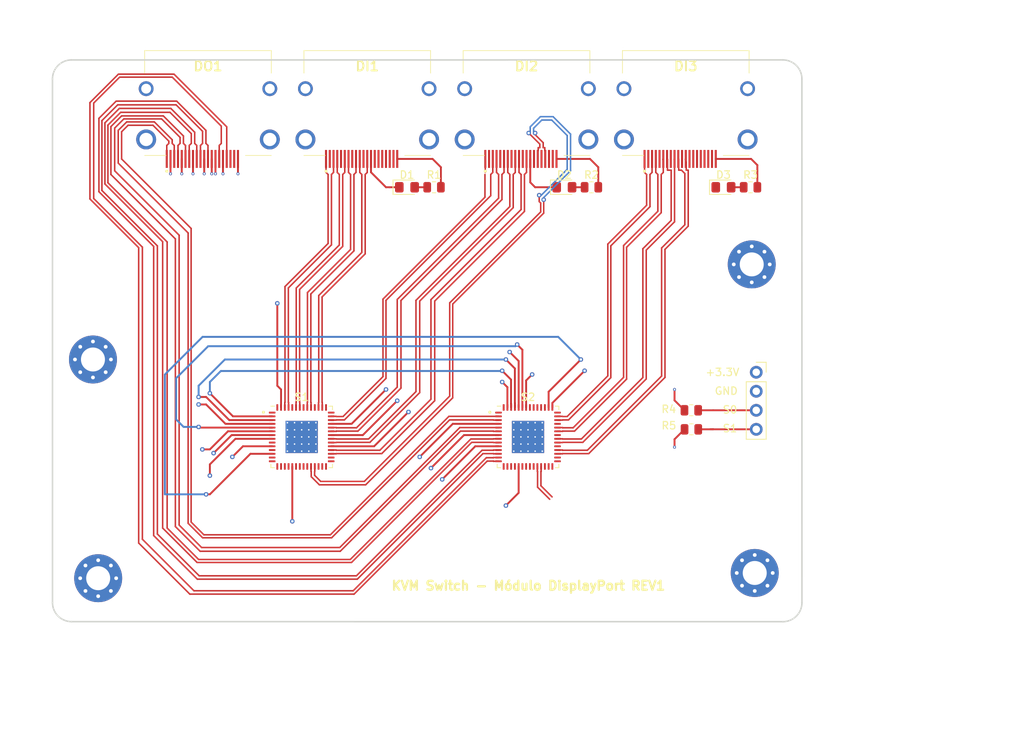
<source format=kicad_pcb>
(kicad_pcb (version 20221018) (generator pcbnew)
  (layers (0 "F.Cu" signal) (1 "In1.Cu" power) (2 "In2.Cu" power) (31 "B.Cu" signal) (34 "B.Paste" user) (35 "F.Paste" user) (36 "B.SilkS" user "B.Silkscreen") (37 "F.SilkS" user "F.Silkscreen") (38 "B.Mask" user) (39 "F.Mask" user) (44 "Edge.Cuts" user))
  (net 0 "")
  (net 1 "/DPIN3_GND")
  (net 2 "Net-(D1-A)")
  (net 3 "/DPIN3_PWR")
  (net 4 "/S0")
  (net 6 "Net-(S1-D0_C-)")
  (net 7 "GND")
  (net 14 "Net-(S1-AUX_C+)")
  (net 15 "Net-(S1-AUX_C-)")
  (net 17 "/DPIN1_HPD")
  (net 18 "/DPIN2_HPD")
  (net 20 "+3.3V")
  (net 25 "/DPIN2_AUX+")
  (net 26 "/DPIN2_AUX-")
  (net 30 "/DPIN1_AUX-")
  (net 31 "/DPIN1_AUX+")
  (net 32 "/DPIN2_D3-")
  (net 33 "/DPIN2_D3+")
  (net 34 "/DPIN2_D2-")
  (net 35 "/DPIN2_D2+")
  (net 36 "/DPIN2_D1-")
  (net 37 "/DPIN2_D1+")
  (net 38 "/DPIN2_D0-")
  (net 39 "/DPIN2_D0+")
  (net 41 "/DPIN1_D3-")
  (net 42 "/DPIN1_D3+")
  (net 43 "/DPIN1_D2-")
  (net 44 "/DPIN1_D2+")
  (net 45 "/DPIN1_D1-")
  (net 46 "/DPIN1_D1+")
  (net 47 "/DPIN1_D0-")
  (net 48 "/DPIN1_D0+")
  (net 49 "/S1")
  (net 50 "/DPOUT_D0+")
  (net 51 "/DPOUT_D0-")
  (net 52 "/DPOUT_D1+")
  (net 53 "/DPOUT_D1-")
  (net 54 "/DPOUT_D2+")
  (net 55 "/DPOUT_D2-")
  (net 56 "/DPOUT_D3+")
  (net 57 "/DPOUT_D3-")
  (net 58 "/DPOUT_AUX+")
  (net 59 "/DPOUT_AUX-")
  (net 60 "/DPOUT_HPD")
  (net 61 "/DPIN3_HPD")
  (net 67 "/DPIN3_AUX+")
  (net 68 "/DPIN3_AUX-")
  (net 72 "/DPIN3_D3-")
  (net 73 "/DPIN3_D3+")
  (net 74 "/DPIN3_D2-")
  (net 75 "/DPIN3_D2+")
  (net 76 "/DPIN3_D1-")
  (net 77 "/DPIN3_D1+")
  (net 78 "/DPIN3_D0-")
  (net 79 "/DPIN3_D0+")
  (net 99 "Net-(S1-D0_C+)")
  (net 100 "Net-(S1-D1_C+)")
  (net 101 "Net-(S1-D1_C-)")
  (net 102 "Net-(S1-D2_C+)")
  (net 103 "Net-(S1-D2_C-)")
  (net 104 "Net-(S1-D3_C+)")
  (net 105 "Net-(S1-D3_C-)")
  (net 106 "Net-(S1-HPD_C)")
  (net 107 "/DPIN1_GND")
  (net 108 "/DPIN2_GND")
  (net 109 "Net-(D2-A)")
  (net 110 "Net-(D3-A)")
  (net 117 "/DPIN1_PWR")
  (net 124 "/DPIN2_PWR")
  (footprint "Connector_PinSocket_2.54mm:PinSocket_1x04_P2.54mm_Vertical" (layer "F.Cu") (at 185.9 99.7)
    (fp_text reference "REF**" hide)
    (fp_text value "PinSocket_1x04_P2.54mm_Vertical")
  )
  (footprint "Connector_Displayport:47272-0024" (layer "F.Cu") (at 134 64.86 180)
    (fp_text reference "DI1")
    (fp_text value "Connector DP IN 47272-0024" hide)
  )
  (footprint "Resistor_SMD:R_0805_2012Metric" (layer "F.Cu") (at 177.2375 104.778432 180)
    (fp_text reference "R4")
    (fp_text value "10K")
  )
  (footprint "Connector_Displayport:47272-0024" (layer "F.Cu") (at 176.5 64.86 180)
    (fp_text reference "DI3")
    (fp_text value "Connector DP IN 47272-0024" hide)
  )
  (footprint "Connector_Displayport:47272-0024" (layer "F.Cu") (at 155.25 64.86 180)
    (fp_text reference "DI2")
    (fp_text value "Connector DP IN 47272-0024" hide)
  )
  (footprint "LED_SMD:LED_0805_2012Metric_Pad1.15x1.40mm_HandSolder" (layer "F.Cu") (at 181.525 75)
    (fp_text reference "D3")
    (fp_text value "LED")
  )
  (footprint "MountingHole:MountingHole_3.2mm_M3_Pad_Via" (layer "F.Cu") (at 97.402944 97.997056)
    (fp_text reference "REF**" hide)
    (fp_text value "MountingHole_3.2mm_M3_Pad_Via" hide)
  )
  (footprint "Resistor_SMD:R_0805_2012Metric" (layer "F.Cu") (at 177.249616 107.321829 180)
    (fp_text reference "R5")
    (fp_text value "10K")
  )
  (footprint "MountingHole:MountingHole_3.2mm_M3_Pad_Via" (layer "F.Cu") (at 185.3 85.3)
    (fp_text reference "REF**" hide)
    (fp_text value "MountingHole_3.2mm_M3_Pad_Via" hide)
  )
  (footprint "Package_DFN_QFN:QFN-56-1EP_8x8mm_P0.5mm_EP4.3x4.3mm_ThermalVias" (layer "F.Cu") (at 125.25 108.3375)
    (fp_text reference "S1")
    (fp_text value "HD3SS215IRTQR")
  )
  (footprint "MountingHole:MountingHole_3.2mm_M3_Pad_Via" (layer "F.Cu") (at 98.1 127.2)
    (fp_text reference "REF**" hide)
    (fp_text value "MountingHole_3.2mm_M3_Pad_Via" hide)
  )
  (footprint "LED_SMD:LED_0805_2012Metric_Pad1.15x1.40mm_HandSolder" (layer "F.Cu") (at 160.3 75)
    (fp_text reference "D2")
    (fp_text value "LED")
  )
  (footprint "LED_SMD:LED_0805_2012Metric_Pad1.15x1.40mm_HandSolder" (layer "F.Cu") (at 139.3 75)
    (fp_text reference "D1")
    (fp_text value "LED" hide)
  )
  (footprint "Resistor_SMD:R_0805_2012Metric" (layer "F.Cu") (at 185.1375 75 180)
    (fp_text reference "R3")
    (fp_text value "R75")
  )
  (footprint "Connector_Displayport:47272-0024" (layer "F.Cu") (at 112.75 64.86 180)
    (fp_text reference "DO1")
    (fp_text value "Connector DP OUT 47272-0024" hide)
  )
  (footprint "Resistor_SMD:R_0805_2012Metric" (layer "F.Cu") (at 142.9125 75 180)
    (fp_text reference "R1")
    (fp_text value "R75" hide)
  )
  (footprint "Resistor_SMD:R_0805_2012Metric" (layer "F.Cu") (at 163.9125 75 180)
    (fp_text reference "R2")
    (fp_text value "R75")
  )
  (footprint "MountingHole:MountingHole_3.2mm_M3_Pad_Via" (layer "F.Cu") (at 185.7 126.5)
    (fp_text reference "REF**" hide)
    (fp_text value "MountingHole_3.2mm_M3_Pad_Via" hide)
  )
  (footprint "Package_DFN_QFN:QFN-56-1EP_8x8mm_P0.5mm_EP4.3x4.3mm_ThermalVias" (layer "F.Cu") (at 155.45 108.3375)
    (fp_text reference "S2")
    (fp_text value "HD3SS215IRTQR")
  )
  (gr_line (start 189.453446 58.000619) (end 94.542133 58.00187) (stroke (width 0.2)) (layer "Edge.Cuts"))
  (gr_arc (start 191.998618 130.463246) (mid 191.254643 132.259271) (end 189.458618 133.003246) (stroke (width 0.2)) (layer "Edge.Cuts"))
  (gr_line (start 94.544867 132.99593) (end 189.458618 133.003246) (stroke (width 0.2)) (layer "Edge.Cuts"))
  (gr_arc (start 92.002133 60.54187) (mid 92.746094 58.74585) (end 94.542133 58.00187) (stroke (width 0.2)) (layer "Edge.Cuts"))
  (gr_arc (start 189.453446 58.000619) (mid 191.249461 58.744585) (end 191.993446 60.540619) (stroke (width 0.2)) (layer "Edge.Cuts"))
  (gr_line (start 191.998618 130.463246) (end 191.993446 60.540619) (stroke (width 0.2)) (layer "Edge.Cuts"))
  (gr_line (start 92.002133 60.54187) (end 92.004867 130.45593) (stroke (width 0.2)) (layer "Edge.Cuts"))
  (gr_arc (start 94.544867 132.99593) (mid 92.748842 132.251955) (end 92.004867 130.45593) (stroke (width 0.2)) (layer "Edge.Cuts"))
  (gr_text "KVM Switch - Módulo DisplayPort REV1" (at 137.1 128.9) (layer "F.SilkS") (effects (font (size 1.2 1.2) (thickness 0.3) bold) (justify left bottom)))
  (gr_text "+3.3V" (at 181.4 99.7) (layer "F.SilkS") (effects (font (size 1 1))))
  (gr_text "S0" (at 182.4 104.7) (layer "F.SilkS") (effects (font (size 1 1))))
  (gr_text "GND" (at 181.9 102.2) (layer "F.SilkS") (effects (font (size 1 1))))
  (gr_text "S1" (at 182.4 107.2) (layer "F.SilkS") (effects (font (size 1 1))))
  (segment (start 140.325 75) (end 142 75) (width 0.25) (layer "F.Cu") (net 2))
  (segment (start 185.22 71.22) (end 180.5 71.22) (width 0.25) (layer "F.Cu") (net 3))
  (segment (start 186.05 75) (end 186.05 72.05) (width 0.25) (layer "F.Cu") (net 3))
  (segment (start 186.05 72.05) (end 185.22 71.22) (width 0.25) (layer "F.Cu") (net 3))
  (segment (start 180.15 104.78) (end 185.9 104.78) (width 0.25) (layer "F.Cu") (net 4))
  (segment (start 178.15 104.778432) (end 178.151568 104.78) (width 0.25) (layer "F.Cu") (net 4))
  (segment (start 178.151568 104.78) (end 180.15 104.78) (width 0.25) (layer "F.Cu") (net 4))
  (segment (start 112.5 103) (end 115.5875 106.0875) (width 0.25) (layer "F.Cu") (net 6))
  (segment (start 153.7 103.832932) (end 153.7 104.4) (width 0.25) (layer "F.Cu") (net 6))
  (segment (start 152.5 98) (end 153.695283 99.195283) (width 0.25) (layer "F.Cu") (net 6))
  (segment (start 111.5 103) (end 112.5 103) (width 0.25) (layer "F.Cu") (net 6))
  (segment (start 115.5875 106.0875) (end 121.3125 106.0875) (width 0.25) (layer "F.Cu") (net 6))
  (segment (start 153.695283 103.828215) (end 153.7 103.832932) (width 0.25) (layer "F.Cu") (net 6))
  (segment (start 153.695283 99.195283) (end 153.695283 103.828215) (width 0.25) (layer "F.Cu") (net 6))
  (via (at 152.5 98) (size 0.6) (drill 0.3) (layers "F.Cu" "B.Cu") (net 6))
  (via (at 111.5 103) (size 0.6) (drill 0.3) (layers "F.Cu" "B.Cu") (net 6))
  (segment (start 111.5 101.5) (end 115 98) (width 0.25) (layer "B.Cu") (net 6))
  (segment (start 111.5 103) (end 111.5 101.5) (width 0.25) (layer "B.Cu") (net 6))
  (segment (start 115 98) (end 152.5 98) (width 0.25) (layer "B.Cu") (net 6))
  (segment (start 109.25 71.22) (end 109.25 73.2) (width 0.25) (layer "F.Cu") (net 7))
  (segment (start 111.5 104) (end 112.5 104) (width 0.25) (layer "F.Cu") (net 7))
  (segment (start 112.5 104) (end 115.0875 106.5875) (width 0.25) (layer "F.Cu") (net 7))
  (segment (start 154.2 104.4) (end 154.2 98.2) (width 0.25) (layer "F.Cu") (net 7))
  (segment (start 175 103.453432) (end 175 102) (width 0.25) (layer "F.Cu") (net 7))
  (segment (start 112.25 71.22) (end 112.25 73.2) (width 0.25) (layer "F.Cu") (net 7))
  (segment (start 114.75 73.2) (end 114.75 71.22) (width 0.25) (layer "F.Cu") (net 7))
  (segment (start 176.328171 107.321829) (end 175 108.65) (width 0.25) (layer "F.Cu") (net 7))
  (segment (start 113.5 110.5) (end 115.9125 108.0875) (width 0.25) (layer "F.Cu") (net 7))
  (segment (start 115.9125 108.0875) (end 121.3125 108.0875) (width 0.25) (layer "F.Cu") (net 7))
  (segment (start 146.9125 108.0875) (end 151.5125 108.0875) (width 0.25) (layer "F.Cu") (net 7))
  (segment (start 110.75 71.22) (end 110.75 73.2) (width 0.25) (layer "F.Cu") (net 7))
  (segment (start 145.4125 106.5875) (end 151.5125 106.5875) (width 0.25) (layer "F.Cu") (net 7))
  (segment (start 138 103.5) (end 133.4125 108.0875) (width 0.25) (layer "F.Cu") (net 7))
  (segment (start 134.9125 109.5875) (end 129.1875 109.5875) (width 0.25) (layer "F.Cu") (net 7))
  (segment (start 113.25 71.22) (end 113.25 73.2) (width 0.25) (layer "F.Cu") (net 7))
  (segment (start 136.5 102) (end 131.9125 106.5875) (width 0.25) (layer "F.Cu") (net 7))
  (segment (start 148.4125 109.5875) (end 151.5125 109.5875) (width 0.25) (layer "F.Cu") (net 7))
  (segment (start 176.325 104.778432) (end 175 103.453432) (width 0.25) (layer "F.Cu") (net 7))
  (segment (start 131.9125 106.5875) (end 129.1875 106.5875) (width 0.25) (layer "F.Cu") (net 7))
  (segment (start 142.5 112.5) (end 146.9125 108.0875) (width 0.25) (layer "F.Cu") (net 7))
  (segment (start 175 108.65) (end 175 109.7) (width 0.25) (layer "F.Cu") (net 7))
  (segment (start 107.75 71.22) (end 107.75 73.2) (width 0.25) (layer "F.Cu") (net 7))
  (segment (start 141 111) (end 145.4125 106.5875) (width 0.25) (layer "F.Cu") (net 7))
  (segment (start 139.5 105) (end 134.9125 109.5875) (width 0.25) (layer "F.Cu") (net 7))
  (segment (start 117.4125 109.5875) (end 121.3125 109.5875) (width 0.25) (layer "F.Cu") (net 7))
  (segment (start 115.0875 106.5875) (end 121.3125 106.5875) (width 0.25) (layer "F.Cu") (net 7))
  (segment (start 113.75 73.2) (end 113.75 71.22) (width 0.25) (layer "F.Cu") (net 7))
  (segment (start 154.2 98.2) (end 153 97) (width 0.25) (layer "F.Cu") (net 7))
  (segment (start 176.337116 107.321829) (end 176.328171 107.321829) (width 0.25) (layer "F.Cu") (net 7))
  (segment (start 144 114) (end 148.4125 109.5875) (width 0.25) (layer "F.Cu") (net 7))
  (segment (start 116 111) (end 117.4125 109.5875) (width 0.25) (layer "F.Cu") (net 7))
  (segment (start 133.4125 108.0875) (end 129.1875 108.0875) (width 0.25) (layer "F.Cu") (net 7))
  (via (at 114.75 73.2) (size 0.4) (drill 0.2) (layers "F.Cu" "B.Cu") (net 7))
  (via (at 113.5 110.5) (size 0.6) (drill 0.3) (layers "F.Cu" "B.Cu") (net 7))
  (via (at 110.75 73.2) (size 0.4) (drill 0.2) (layers "F.Cu" "B.Cu") (net 7))
  (via (at 175 102) (size 0.4) (drill 0.2) (layers "F.Cu" "B.Cu") (net 7))
  (via (at 153 97) (size 0.6) (drill 0.3) (layers "F.Cu" "B.Cu") (net 7))
  (via (at 113.25 73.2) (size 0.4) (drill 0.2) (layers "F.Cu" "B.Cu") (net 7))
  (via (at 175 109.7) (size 0.4) (drill 0.2) (layers "F.Cu" "B.Cu") (net 7))
  (via (at 109.25 73.2) (size 0.4) (drill 0.2) (layers "F.Cu" "B.Cu") (net 7))
  (via (at 111.5 104) (size 0.6) (drill 0.3) (layers "F.Cu" "B.Cu") (net 7))
  (via (at 142.5 112.5) (size 0.6) (drill 0.3) (layers "F.Cu" "B.Cu") (net 7))
  (via (at 139.5 105) (size 0.6) (drill 0.3) (layers "F.Cu" "B.Cu") (net 7))
  (via (at 112.25 73.2) (size 0.4) (drill 0.2) (layers "F.Cu" "B.Cu") (net 7))
  (via (at 138 103.5) (size 0.6) (drill 0.3) (layers "F.Cu" "B.Cu") (net 7))
  (via (at 136.5 102) (size 0.6) (drill 0.3) (layers "F.Cu" "B.Cu") (net 7))
  (via (at 107.75 73.2) (size 0.4) (drill 0.2) (layers "F.Cu" "B.Cu") (net 7))
  (via (at 113.75 73.2) (size 0.4) (drill 0.2) (layers "F.Cu" "B.Cu") (net 7))
  (via (at 116 111) (size 0.6) (drill 0.3) (layers "F.Cu" "B.Cu") (net 7))
  (via (at 141 111) (size 0.6) (drill 0.3) (layers "F.Cu" "B.Cu") (net 7))
  (via (at 144 114) (size 0.6) (drill 0.3) (layers "F.Cu" "B.Cu") (net 7))
  (segment (start 122 90.5) (end 122 101.5) (width 0.25) (layer "F.Cu") (net 20))
  (segment (start 152.7 104.4) (end 152.7 101.7) (width 0.25) (layer "F.Cu") (net 20))
  (segment (start 154.2 112.275) (end 154.2 115.8) (width 0.25) (layer "F.Cu") (net 20))
  (segment (start 122.5 102) (end 122.5 104.4) (width 0.25) (layer "F.Cu") (net 20))
  (segment (start 152.7 101.7) (end 152 101) (width 0.25) (layer "F.Cu") (net 20))
  (segment (start 122 101.5) (end 122.5 102) (width 0.25) (layer "F.Cu") (net 20))
  (segment (start 124 112.275) (end 124 119.6) (width 0.25) (layer "F.Cu") (net 20))
  (segment (start 116.75 73.15) (end 116.75 71.22) (width 0.25) (layer "F.Cu") (net 20))
  (segment (start 158.7 103.8) (end 163 99.5) (width 0.25) (layer "F.Cu") (net 20))
  (segment (start 154.2 115.8) (end 152.5 117.5) (width 0.25) (layer "F.Cu") (net 20))
  (segment (start 158.7 104.4) (end 158.7 103.8) (width 0.25) (layer "F.Cu") (net 20))
  (via (at 163 99.5) (size 0.6) (drill 0.3) (layers "F.Cu" "B.Cu") (net 20))
  (via (at 116.75 73.2) (size 0.4) (drill 0.2) (layers "F.Cu" "B.Cu") (net 20))
  (via (at 122 90.5) (size 0.6) (drill 0.3) (layers "F.Cu" "B.Cu") (net 20))
  (via (at 152 101) (size 0.6) (drill 0.3) (layers "F.Cu" "B.Cu") (net 20))
  (via (at 124 119.6) (size 0.6) (drill 0.3) (layers "F.Cu" "B.Cu") (net 20))
  (via (at 152.5 117.5) (size 0.6) (drill 0.3) (layers "F.Cu" "B.Cu") (net 20))
  (segment (start 126.5 112.931251) (end 126.525 112.956251) (width 0.2) (layer "F.Cu") (net 25))
  (segment (start 156.81 70.1) (end 156.75 70.16) (width 0.2) (layer "F.Cu") (net 25))
  (segment (start 145.4 103.1182) (end 145.4 90.6) (width 0.2) (layer "F.Cu") (net 25))
  (segment (start 155.543164 67.758312) (end 157.025 69.240148) (width 0.2) (layer "F.Cu") (net 25))
  (segment (start 157.025 69.72) (end 156.81 69.72) (width 0.2) (layer "F.Cu") (net 25))
  (segment (start 133.7932 114.725) (end 145.4 103.1182) (width 0.2) (layer "F.Cu") (net 25))
  (segment (start 126.525 112.956251) (end 126.525 113.6432) (width 0.2) (layer "F.Cu") (net 25))
  (segment (start 157.541403 78.458597) (end 157.541403 76.659639) (width 0.2) (layer "F.Cu") (net 25))
  (segment (start 156.75 70.16) (end 156.75 71.22) (width 0.2) (layer "F.Cu") (net 25))
  (segment (start 126.5 112.275) (end 126.5 112.931251) (width 0.2) (layer "F.Cu") (net 25))
  (segment (start 145.4 90.6) (end 157.541403 78.458597) (width 0.2) (layer "F.Cu") (net 25))
  (segment (start 157.025 69.240148) (end 157.025 69.72) (width 0.2) (layer "F.Cu") (net 25))
  (segment (start 127.6068 114.725) (end 133.7932 114.725) (width 0.2) (layer "F.Cu") (net 25))
  (segment (start 156.81 69.72) (end 156.81 70.1) (width 0.2) (layer "F.Cu") (net 25))
  (segment (start 126.525 113.6432) (end 127.6068 114.725) (width 0.2) (layer "F.Cu") (net 25))
  (via (at 155.543164 67.758312) (size 0.6) (drill 0.3) (layers "F.Cu" "B.Cu") (net 25))
  (via (at 157.541403 76.659639) (size 0.6) (drill 0.3) (layers "F.Cu" "B.Cu") (net 25))
  (segment (start 161.125 67.9068) (end 158.7932 65.575) (width 0.2) (layer "B.Cu") (net 25))
  (segment (start 157.1068 65.575) (end 155.743163 66.938637) (width 0.2) (layer "B.Cu") (net 25))
  (segment (start 155.743163 67.558313) (end 155.543164 67.758312) (width 0.2) (layer "B.Cu") (net 25))
  (segment (start 161.125 72.793199) (end 161.125 67.9068) (width 0.2) (layer "B.Cu") (net 25))
  (segment (start 155.743163 66.938637) (end 155.743163 67.558313) (width 0.2) (layer "B.Cu") (net 25))
  (segment (start 157.541403 76.376796) (end 161.125 72.793199) (width 0.2) (layer "B.Cu") (net 25))
  (segment (start 157.541403 76.659639) (end 157.541403 76.376796) (width 0.2) (layer "B.Cu") (net 25))
  (segment (start 158.7932 65.575) (end 157.1068 65.575) (width 0.2) (layer "B.Cu") (net 25))
  (segment (start 157.475 69.72) (end 157.69 69.72) (width 0.2) (layer "F.Cu") (net 26))
  (segment (start 145 90.434314) (end 157.141403 78.292911) (width 0.2) (layer "F.Cu") (net 26))
  (segment (start 145 102.8818) (end 145 90.434314) (width 0.2) (layer "F.Cu") (net 26))
  (segment (start 127 112.275) (end 127 112.931251) (width 0.2) (layer "F.Cu") (net 26))
  (segment (start 127.7932 114.275) (end 133.6068 114.275) (width 0.2) (layer "F.Cu") (net 26))
  (segment (start 156.393164 67.971915) (end 157.475 69.053751) (width 0.2) (layer "F.Cu") (net 26))
  (segment (start 157.69 69.72) (end 157.69 70.1) (width 0.2) (layer "F.Cu") (net 26))
  (segment (start 157.75 70.16) (end 157.75 71.22) (width 0.2) (layer "F.Cu") (net 26))
  (segment (start 126.975 112.956251) (end 126.975 113.4568) (width 0.2) (layer "F.Cu") (net 26))
  (segment (start 156.940361 76.907126) (end 156.940361 76.058597) (width 0.2) (layer "F.Cu") (net 26))
  (segment (start 157.141403 77.108168) (end 156.940361 76.907126) (width 0.2) (layer "F.Cu") (net 26))
  (segment (start 133.6068 114.275) (end 145 102.8818) (width 0.2) (layer "F.Cu") (net 26))
  (segment (start 157.69 70.1) (end 157.75 70.16) (width 0.2) (layer "F.Cu") (net 26))
  (segment (start 127 112.931251) (end 126.975 112.956251) (width 0.2) (layer "F.Cu") (net 26))
  (segment (start 156.393164 67.758312) (end 156.393164 67.971915) (width 0.2) (layer "F.Cu") (net 26))
  (segment (start 157.475 69.053751) (end 157.475 69.72) (width 0.2) (layer "F.Cu") (net 26))
  (segment (start 126.975 113.4568) (end 127.7932 114.275) (width 0.2) (layer "F.Cu") (net 26))
  (segment (start 157.141403 78.292911) (end 157.141403 77.108168) (width 0.2) (layer "F.Cu") (net 26))
  (via (at 156.393164 67.758312) (size 0.6) (drill 0.3) (layers "F.Cu" "B.Cu") (net 26))
  (via (at 156.940361 76.058597) (size 0.6) (drill 0.3) (layers "F.Cu" "B.Cu") (net 26))
  (segment (start 156.193165 67.125035) (end 156.193165 67.558313) (width 0.2) (layer "B.Cu") (net 26))
  (segment (start 158.6068 66.025) (end 157.2932 66.025) (width 0.2) (layer "B.Cu") (net 26))
  (segment (start 156.193165 67.558313) (end 156.393164 67.758312) (width 0.2) (layer "B.Cu") (net 26))
  (segment (start 160.675 72.606801) (end 160.675 68.0932) (width 0.2) (layer "B.Cu") (net 26))
  (segment (start 160.675 68.0932) (end 158.6068 66.025) (width 0.2) (layer "B.Cu") (net 26))
  (segment (start 157.2932 66.025) (end 156.193165 67.125035) (width 0.2) (layer "B.Cu") (net 26))
  (segment (start 156.940361 76.058597) (end 157.223204 76.058597) (width 0.2) (layer "B.Cu") (net 26))
  (segment (start 157.223204 76.058597) (end 160.675 72.606801) (width 0.2) (layer "B.Cu") (net 26))
  (segment (start 143 90.2) (end 143 103.5) (width 0.2) (layer "F.Cu") (net 32))
  (segment (start 155.25 71.22) (end 155.25 73.020001) (width 0.2) (layer "F.Cu") (net 32))
  (segment (start 154.975 78.225) (end 143 90.2) (width 0.2) (layer "F.Cu") (net 32))
  (segment (start 155.25 73.020001) (end 154.975 73.295001) (width 0.2) (layer "F.Cu") (net 32))
  (segment (start 154.975 73.295001) (end 154.975 78.225) (width 0.2) (layer "F.Cu") (net 32))
  (segment (start 135.9375 110.5625) (end 129.868751 110.5625) (width 0.2) (layer "F.Cu") (net 32))
  (segment (start 143 103.5) (end 135.9375 110.5625) (width 0.2) (layer "F.Cu") (net 32))
  (segment (start 129.868751 110.5625) (end 129.843751 110.5875) (width 0.2) (layer "F.Cu") (net 32))
  (segment (start 129.843751 110.5875) (end 129.1875 110.5875) (width 0.2) (layer "F.Cu") (net 32))
  (segment (start 154.25 71.22) (end 154.25 73.020001) (width 0.2) (layer "F.Cu") (net 33))
  (segment (start 129.843751 110.0875) (end 129.1875 110.0875) (width 0.2) (layer "F.Cu") (net 33))
  (segment (start 154.525 73.295001) (end 154.525 77.975) (width 0.2) (layer "F.Cu") (net 33))
  (segment (start 142.5 90) (end 142.5 103.3) (width 0.2) (layer "F.Cu") (net 33))
  (segment (start 142.5 103.3) (end 135.6875 110.1125) (width 0.2) (layer "F.Cu") (net 33))
  (segment (start 135.6875 110.1125) (end 129.868751 110.1125) (width 0.2) (layer "F.Cu") (net 33))
  (segment (start 154.25 73.020001) (end 154.525 73.295001) (width 0.2) (layer "F.Cu") (net 33))
  (segment (start 129.868751 110.1125) (end 129.843751 110.0875) (width 0.2) (layer "F.Cu") (net 33))
  (segment (start 154.525 77.975) (end 142.5 90) (width 0.2) (layer "F.Cu") (net 33))
  (segment (start 141 90.2) (end 153.475 77.725) (width 0.2) (layer "F.Cu") (net 34))
  (segment (start 153.75 73.020001) (end 153.75 71.22) (width 0.2) (layer "F.Cu") (net 34))
  (segment (start 129.1875 109.0875) (end 129.843751 109.0875) (width 0.2) (layer "F.Cu") (net 34))
  (segment (start 141 102.4182) (end 141 90.2) (width 0.2) (layer "F.Cu") (net 34))
  (segment (start 129.843751 109.0875) (end 129.868751 109.0625) (width 0.2) (layer "F.Cu") (net 34))
  (segment (start 134.3557 109.0625) (end 141 102.4182) (width 0.2) (layer "F.Cu") (net 34))
  (segment (start 153.475 73.295001) (end 153.75 73.020001) (width 0.2) (layer "F.Cu") (net 34))
  (segment (start 129.868751 109.0625) (end 134.3557 109.0625) (width 0.2) (layer "F.Cu") (net 34))
  (segment (start 153.475 77.725) (end 153.475 73.295001) (width 0.2) (layer "F.Cu") (net 34))
  (segment (start 134.1693 108.6125) (end 140.5 102.2818) (width 0.2) (layer "F.Cu") (net 35))
  (segment (start 153.025 77.575) (end 153.025 73.295001) (width 0.2) (layer "F.Cu") (net 35))
  (segment (start 140.5 102.2818) (end 140.5 90.1) (width 0.2) (layer "F.Cu") (net 35))
  (segment (start 152.75 73.020001) (end 152.75 71.22) (width 0.2) (layer "F.Cu") (net 35))
  (segment (start 129.1875 108.5875) (end 129.843751 108.5875) (width 0.2) (layer "F.Cu") (net 35))
  (segment (start 140.5 90.1) (end 153.025 77.575) (width 0.2) (layer "F.Cu") (net 35))
  (segment (start 129.868751 108.6125) (end 134.1693 108.6125) (width 0.2) (layer "F.Cu") (net 35))
  (segment (start 153.025 73.295001) (end 152.75 73.020001) (width 0.2) (layer "F.Cu") (net 35))
  (segment (start 129.843751 108.5875) (end 129.868751 108.6125) (width 0.2) (layer "F.Cu") (net 35))
  (segment (start 152.25 73.020001) (end 152.25 71.22) (width 0.2) (layer "F.Cu") (net 36))
  (segment (start 151.975 73.295001) (end 152.25 73.020001) (width 0.2) (layer "F.Cu") (net 36))
  (segment (start 138.5 90.118199) (end 151.975 76.643199) (width 0.2) (layer "F.Cu") (net 36))
  (segment (start 129.868751 107.5625) (end 132.7557 107.5625) (width 0.2) (layer "F.Cu") (net 36))
  (segment (start 129.843751 107.5875) (end 129.868751 107.5625) (width 0.2) (layer "F.Cu") (net 36))
  (segment (start 151.975 76.643199) (end 151.975 73.295001) (width 0.2) (layer "F.Cu") (net 36))
  (segment (start 138.5 101.8182) (end 138.5 90.118199) (width 0.2) (layer "F.Cu") (net 36))
  (segment (start 132.7557 107.5625) (end 138.5 101.8182) (width 0.2) (layer "F.Cu") (net 36))
  (segment (start 129.1875 107.5875) (end 129.843751 107.5875) (width 0.2) (layer "F.Cu") (net 36))
  (segment (start 151.525 73.295001) (end 151.25 73.020001) (width 0.2) (layer "F.Cu") (net 37))
  (segment (start 129.843751 107.0875) (end 129.868751 107.1125) (width 0.2) (layer "F.Cu") (net 37))
  (segment (start 129.1875 107.0875) (end 129.843751 107.0875) (width 0.2) (layer "F.Cu") (net 37))
  (segment (start 132.5693 107.1125) (end 138 101.6818) (width 0.2) (layer "F.Cu") (net 37))
  (segment (start 129.868751 107.1125) (end 132.5693 107.1125) (width 0.2) (layer "F.Cu") (net 37))
  (segment (start 151.25 73.020001) (end 151.25 71.22) (width 0.2) (layer "F.Cu") (net 37))
  (segment (start 138 101.6818) (end 138 89.981801) (width 0.2) (layer "F.Cu") (net 37))
  (segment (start 138 89.981801) (end 151.525 76.456801) (width 0.2) (layer "F.Cu") (net 37))
  (segment (start 151.525 76.456801) (end 151.525 73.295001) (width 0.2) (layer "F.Cu") (net 37))
  (segment (start 129.1875 106.0875) (end 129.843751 106.0875) (width 0.2) (layer "F.Cu") (net 38))
  (segment (start 150.75 73.020001) (end 150.75 71.22) (width 0.2) (layer "F.Cu") (net 38))
  (segment (start 150.475 76.125) (end 150.475 73.295001) (width 0.2) (layer "F.Cu") (net 38))
  (segment (start 129.843751 106.0875) (end 129.868751 106.0625) (width 0.2) (layer "F.Cu") (net 38))
  (segment (start 136.5 90.1) (end 150.475 76.125) (width 0.2) (layer "F.Cu") (net 38))
  (segment (start 136.5 100.5182) (end 136.5 90.1) (width 0.2) (layer "F.Cu") (net 38))
  (segment (start 150.475 73.295001) (end 150.75 73.020001) (width 0.2) (layer "F.Cu") (net 38))
  (segment (start 130.9557 106.0625) (end 136.5 100.5182) (width 0.2) (layer "F.Cu") (net 38))
  (segment (start 129.868751 106.0625) (end 130.9557 106.0625) (width 0.2) (layer "F.Cu") (net 38))
  (segment (start 129.868751 105.6125) (end 130.7693 105.6125) (width 0.2) (layer "F.Cu") (net 39))
  (segment (start 149.75 73.020001) (end 149.75 71.22) (width 0.2) (layer "F.Cu") (net 39))
  (segment (start 130.7693 105.6125) (end 136.1 100.2818) (width 0.2) (layer "F.Cu") (net 39))
  (segment (start 136.1 100.2818) (end 136.1 89.934314) (width 0.2) (layer "F.Cu") (net 39))
  (segment (start 149.704999 76.329315) (end 149.704999 73.295001) (width 0.2) (layer "F.Cu") (net 39))
  (segment (start 129.1875 105.5875) (end 129.843751 105.5875) (width 0.2) (layer "F.Cu") (net 39))
  (segment (start 136.1 89.934314) (end 149.704999 76.329315) (width 0.2) (layer "F.Cu") (net 39))
  (segment (start 129.843751 105.5875) (end 129.868751 105.6125) (width 0.2) (layer "F.Cu") (net 39))
  (segment (start 127.975 103.718749) (end 128 103.743749) (width 0.2) (layer "F.Cu") (net 41))
  (segment (start 127.975 89.6432) (end 127.975 103.718749) (width 0.2) (layer "F.Cu") (net 41))
  (segment (start 133.725 73.295001) (end 133.725 83.8932) (width 0.2) (layer "F.Cu") (net 41))
  (segment (start 134 73.020001) (end 133.725 73.295001) (width 0.2) (layer "F.Cu") (net 41))
  (segment (start 128 103.743749) (end 128 104.4) (width 0.2) (layer "F.Cu") (net 41))
  (segment (start 134 71.22) (end 134 73.020001) (width 0.2) (layer "F.Cu") (net 41))
  (segment (start 133.725 83.8932) (end 127.975 89.6432) (width 0.2) (layer "F.Cu") (net 41))
  (segment (start 127.5 103.743749) (end 127.5 104.4) (width 0.2) (layer "F.Cu") (net 42))
  (segment (start 133 73.020001) (end 133.275 73.295001) (width 0.2) (layer "F.Cu") (net 42))
  (segment (start 127.525 89.4568) (end 127.525 103.718749) (width 0.2) (layer "F.Cu") (net 42))
  (segment (start 133.275 73.295001) (end 133.275 83.7068) (width 0.2) (layer "F.Cu") (net 42))
  (segment (start 127.525 103.718749) (end 127.5 103.743749) (width 0.2) (layer "F.Cu") (net 42))
  (segment (start 133.275 83.7068) (end 127.525 89.4568) (width 0.2) (layer "F.Cu") (net 42))
  (segment (start 133 71.22) (end 133 73.020001) (width 0.2) (layer "F.Cu") (net 42))
  (segment (start 132.225 73.295001) (end 132.225 83.4932) (width 0.2) (layer "F.Cu") (net 43))
  (segment (start 132.225 83.4932) (end 126.475 89.2432) (width 0.2) (layer "F.Cu") (net 43))
  (segment (start 132.5 71.22) (end 132.5 73.020001) (width 0.2) (layer "F.Cu") (net 43))
  (segment (start 126.475 103.718749) (end 126.5 103.743749) (width 0.2) (layer "F.Cu") (net 43))
  (segment (start 126.5 103.743749) (end 126.5 104.4) (width 0.2) (layer "F.Cu") (net 43))
  (segment (start 132.5 73.020001) (end 132.225 73.295001) (width 0.2) (layer "F.Cu") (net 43))
  (segment (start 126.475 89.2432) (end 126.475 103.718749) (width 0.2) (layer "F.Cu") (net 43))
  (segment (start 131.5 71.22) (end 131.5 73.020001) (width 0.2) (layer "F.Cu") (net 44))
  (segment (start 126 103.743749) (end 126 104.4) (width 0.2) (layer "F.Cu") (net 44))
  (segment (start 131.5 73.020001) (end 131.775 73.295001) (width 0.2) (layer "F.Cu") (net 44))
  (segment (start 126.025 103.718749) (end 126 103.743749) (width 0.2) (layer "F.Cu") (net 44))
  (segment (start 131.775 73.295001) (end 131.775 83.3068) (width 0.2) (layer "F.Cu") (net 44))
  (segment (start 131.775 83.3068) (end 126.025 89.0568) (width 0.2) (layer "F.Cu") (net 44))
  (segment (start 126.025 89.0568) (end 126.025 103.718749) (width 0.2) (layer "F.Cu") (net 44))
  (segment (start 125 104.4) (end 125 103.743749) (width 0.2) (layer "F.Cu") (net 45))
  (segment (start 131 73.020001) (end 131 71.22) (width 0.2) (layer "F.Cu") (net 45))
  (segment (start 124.975 88.6432) (end 130.725 82.8932) (width 0.2) (layer "F.Cu") (net 45))
  (segment (start 130.725 73.295001) (end 131 73.020001) (width 0.2) (layer "F.Cu") (net 45))
  (segment (start 125 103.743749) (end 124.975 103.718749) (width 0.2) (layer "F.Cu") (net 45))
  (segment (start 124.975 103.718749) (end 124.975 88.6432) (width 0.2) (layer "F.Cu") (net 45))
  (segment (start 130.725 82.8932) (end 130.725 73.295001) (width 0.2) (layer "F.Cu") (net 45))
  (segment (start 130.275 73.295001) (end 130 73.020001) (width 0.2) (layer "F.Cu") (net 46))
  (segment (start 124.5 103.743749) (end 124.525 103.718749) (width 0.2) (layer "F.Cu") (net 46))
  (segment (start 130 73.020001) (end 130 71.22) (width 0.2) (layer "F.Cu") (net 46))
  (segment (start 124.525 88.4568) (end 130.275 82.7068) (width 0.2) (layer "F.Cu") (net 46))
  (segment (start 130.275 82.7068) (end 130.275 73.295001) (width 0.2) (layer "F.Cu") (net 46))
  (segment (start 124.525 103.718749) (end 124.525 88.4568) (width 0.2) (layer "F.Cu") (net 46))
  (segment (start 124.5 104.4) (end 124.5 103.743749) (width 0.2) (layer "F.Cu") (net 46))
  (segment (start 129.225 82.6932) (end 129.225 73.295001) (width 0.2) (layer "F.Cu") (net 47))
  (segment (start 123.5 104.4) (end 123.5 103.743749) (width 0.2) (layer "F.Cu") (net 47))
  (segment (start 123.5 103.743749) (end 123.475 103.718749) (width 0.2) (layer "F.Cu") (net 47))
  (segment (start 129.225 73.295001) (end 129.5 73.020001) (width 0.2) (layer "F.Cu") (net 47))
  (segment (start 123.475 103.718749) (end 123.475 88.4432) (width 0.2) (layer "F.Cu") (net 47))
  (segment (start 123.475 88.4432) (end 129.225 82.6932) (width 0.2) (layer "F.Cu") (net 47))
  (segment (start 129.5 73.020001) (end 129.5 71.22) (width 0.2) (layer "F.Cu") (net 47))
  (segment (start 123 103.743749) (end 123.025 103.718749) (width 0.2) (layer "F.Cu") (net 48))
  (segment (start 128.5 73.020001) (end 128.5 71.22) (width 0.2) (layer "F.Cu") (net 48))
  (segment (start 123.025 103.718749) (end 123.025 88.2568) (width 0.2) (layer "F.Cu") (net 48))
  (segment (start 128.775 82.5068) (end 128.775 73.295001) (width 0.2) (layer "F.Cu") (net 48))
  (segment (start 123.025 88.2568) (end 128.775 82.5068) (width 0.2) (layer "F.Cu") (net 48))
  (segment (start 128.775 73.295001) (end 128.5 73.020001) (width 0.2) (layer "F.Cu") (net 48))
  (segment (start 123 104.4) (end 123 103.743749) (width 0.2) (layer "F.Cu") (net 48))
  (segment (start 178.162116 107.321829) (end 180.148171 107.321829) (width 0.25) (layer "F.Cu") (net 49))
  (segment (start 185.9 107.32) (end 180.15 107.32) (width 0.25) (layer "F.Cu") (net 49))
  (segment (start 180.148171 107.321829) (end 180.15 107.32) (width 0.25) (layer "F.Cu") (net 49))
  (segment (start 180.15 107.32) (end 179.77 107.32) (width 0.25) (layer "F.Cu") (net 49))
  (segment (start 112.2 121.4) (end 129.084314 121.4) (width 0.2) (layer "F.Cu") (net 50))
  (segment (start 107.525 68.8432) (end 105.4068 66.725) (width 0.2) (layer "F.Cu") (net 50))
  (segment (start 107.25 71.22) (end 107.25 69.419999) (width 0.2) (layer "F.Cu") (net 50))
  (segment (start 107.525 69.144999) (end 107.525 68.8432) (width 0.2) (layer "F.Cu") (net 50))
  (segment (start 105.4068 66.725) (end 102.0932 66.725) (width 0.2) (layer "F.Cu") (net 50))
  (segment (start 102.0932 66.725) (end 101.225 67.5932) (width 0.2) (layer "F.Cu") (net 50))
  (segment (start 101.225 71.225) (end 110.5 80.5) (width 0.2) (layer "F.Cu") (net 50))
  (segment (start 129.084314 121.4) (end 144.896814 105.5875) (width 0.2) (layer "F.Cu") (net 50))
  (segment (start 110.5 80.5) (end 110.5 119.7) (width 0.2) (layer "F.Cu") (net 50))
  (segment (start 144.896814 105.5875) (end 151.5125 105.5875) (width 0.2) (layer "F.Cu") (net 50))
  (segment (start 110.5 119.7) (end 112.2 121.4) (width 0.2) (layer "F.Cu") (net 50))
  (segment (start 107.25 69.419999) (end 107.525 69.144999) (width 0.2) (layer "F.Cu") (net 50))
  (segment (start 101.225 67.5932) (end 101.225 71.225) (width 0.2) (layer "F.Cu") (net 50))
  (segment (start 129.25 121.8) (end 112.034314 121.8) (width 0.2) (layer "F.Cu") (net 51))
  (segment (start 100.775 71.775) (end 100.775 67.4068) (width 0.2) (layer "F.Cu") (net 51))
  (segment (start 112.034314 121.8) (end 111.208057 120.973743) (width 0.2) (layer "F.Cu") (net 51))
  (segment (start 101.9068 66.275) (end 105.5932 66.275) (width 0.2) (layer "F.Cu") (net 51))
  (segment (start 107.975 69.144999) (end 108.25 69.419999) (width 0.2) (layer "F.Cu") (net 51))
  (segment (start 110.1 81.1) (end 100.775 71.775) (width 0.2) (layer "F.Cu") (net 51))
  (segment (start 110.1 119.865685) (end 110.1 81.1) (width 0.2) (layer "F.Cu") (net 51))
  (segment (start 151.5125 106.0875) (end 150.856249 106.0875) (width 0.2) (layer "F.Cu") (net 51))
  (segment (start 144.9875 106.0625) (end 129.25 121.8) (width 0.2) (layer "F.Cu") (net 51))
  (segment (start 111.208057 120.973742) (end 110.1 119.865685) (width 0.2) (layer "F.Cu") (net 51))
  (segment (start 108.25 69.419999) (end 108.25 71.22) (width 0.2) (layer "F.Cu") (net 51))
  (segment (start 107.975 68.6568) (end 107.975 69.144999) (width 0.2) (layer "F.Cu") (net 51))
  (segment (start 100.775 67.4068) (end 101.9068 66.275) (width 0.2) (layer "F.Cu") (net 51))
  (segment (start 150.856249 106.0875) (end 150.831249 106.0625) (width 0.2) (layer "F.Cu") (net 51))
  (segment (start 150.831249 106.0625) (end 144.9875 106.0625) (width 0.2) (layer "F.Cu") (net 51))
  (segment (start 105.5932 66.275) (end 107.975 68.6568) (width 0.2) (layer "F.Cu") (net 51))
  (segment (start 108.9 120.1) (end 111.9 123.1) (width 0.2) (layer "F.Cu") (net 52))
  (segment (start 109.025 68.3432) (end 106.5568 65.875) (width 0.2) (layer "F.Cu") (net 52))
  (segment (start 106.5568 65.875) (end 101.525 65.875) (width 0.2) (layer "F.Cu") (net 52))
  (segment (start 101.525 65.875) (end 100.3 67.1) (width 0.2) (layer "F.Cu") (net 52))
  (segment (start 146.346814 107.0875) (end 151.5125 107.0875) (width 0.2) (layer "F.Cu") (net 52))
  (segment (start 108.9 81.4) (end 108.9 120.1) (width 0.2) (layer "F.Cu") (net 52))
  (segment (start 130.334314 123.1) (end 146.346814 107.0875) (width 0.2) (layer "F.Cu") (net 52))
  (segment (start 100.3 72.8) (end 108.9 81.4) (width 0.2) (layer "F.Cu") (net 52))
  (segment (start 111.9 123.1) (end 130.334314 123.1) (width 0.2) (layer "F.Cu") (net 52))
  (segment (start 100.3 67.1) (end 100.3 72.8) (width 0.2) (layer "F.Cu") (net 52))
  (segment (start 109.025 69.144999) (end 109.025 68.3432) (width 0.2) (layer "F.Cu") (net 52))
  (segment (start 108.75 69.419999) (end 109.025 69.144999) (width 0.2) (layer "F.Cu") (net 52))
  (segment (start 108.75 71.22) (end 108.75 69.419999) (width 0.2) (layer "F.Cu") (net 52))
  (segment (start 108.4 120.3) (end 111.7 123.6) (width 0.2) (layer "F.Cu") (net 53))
  (segment (start 106.7932 65.475) (end 101.225 65.475) (width 0.2) (layer "F.Cu") (net 53))
  (segment (start 150.856249 107.5875) (end 151.5125 107.5875) (width 0.2) (layer "F.Cu") (net 53))
  (segment (start 111.7 123.6) (end 130.4 123.6) (width 0.2) (layer "F.Cu") (net 53))
  (segment (start 109.75 69.419999) (end 109.475 69.144999) (width 0.2) (layer "F.Cu") (net 53))
  (segment (start 109.475 69.144999) (end 109.475 68.1568) (width 0.2) (layer "F.Cu") (net 53))
  (segment (start 99.8 66.9) (end 99.8 73.3) (width 0.2) (layer "F.Cu") (net 53))
  (segment (start 99.8 73.3) (end 108.4 81.9) (width 0.2) (layer "F.Cu") (net 53))
  (segment (start 101.225 65.475) (end 99.8 66.9) (width 0.2) (layer "F.Cu") (net 53))
  (segment (start 130.4 123.6) (end 146.4375 107.5625) (width 0.2) (layer "F.Cu") (net 53))
  (segment (start 109.75 71.22) (end 109.75 69.419999) (width 0.2) (layer "F.Cu") (net 53))
  (segment (start 150.831249 107.5625) (end 150.856249 107.5875) (width 0.2) (layer "F.Cu") (net 53))
  (segment (start 108.4 81.9) (end 108.4 120.3) (width 0.2) (layer "F.Cu") (net 53))
  (segment (start 146.4375 107.5625) (end 150.831249 107.5625) (width 0.2) (layer "F.Cu") (net 53))
  (segment (start 109.475 68.1568) (end 106.7932 65.475) (width 0.2) (layer "F.Cu") (net 53))
  (segment (start 110.25 69.419999) (end 110.25 71.22) (width 0.2) (layer "F.Cu") (net 54))
  (segment (start 107.6818 65) (end 110.525 67.8432) (width 0.2) (layer "F.Cu") (net 54))
  (segment (start 107.3 120.5) (end 107.3 82.3) (width 0.2) (layer "F.Cu") (net 54))
  (segment (start 151.5125 108.5875) (end 150.856249 108.5875) (width 0.2) (layer "F.Cu") (net 54))
  (segment (start 131.734314 124.7) (end 111.5 124.7) (width 0.2) (layer "F.Cu") (net 54))
  (segment (start 150.856249 108.5875) (end 150.831249 108.6125) (width 0.2) (layer "F.Cu") (net 54))
  (segment (start 111.5 124.7) (end 107.3 120.5) (width 0.2) (layer "F.Cu") (net 54))
  (segment (start 99.4 74.4) (end 99.4 66.7) (width 0.2) (layer "F.Cu") (net 54))
  (segment (start 110.525 69.144999) (end 110.25 69.419999) (width 0.2) (layer "F.Cu") (net 54))
  (segment (start 101.1 65) (end 107.6818 65) (width 0.2) (layer "F.Cu") (net 54))
  (segment (start 150.831249 108.6125) (end 147.821814 108.6125) (width 0.2) (layer "F.Cu") (net 54))
  (segment (start 107.3 82.3) (end 99.4 74.4) (width 0.2) (layer "F.Cu") (net 54))
  (segment (start 110.525 67.8432) (end 110.525 69.144999) (width 0.2) (layer "F.Cu") (net 54))
  (segment (start 99.4 66.7) (end 101.1 65) (width 0.2) (layer "F.Cu") (net 54))
  (segment (start 147.821814 108.6125) (end 131.734314 124.7) (width 0.2) (layer "F.Cu") (net 54))
  (segment (start 99 74.565685) (end 99 66.4) (width 0.2) (layer "F.Cu") (net 55))
  (segment (start 106.7 120.5) (end 106.7 82.265686) (width 0.2) (layer "F.Cu") (net 55))
  (segment (start 110.975 69.144999) (end 111.25 69.419999) (width 0.2) (layer "F.Cu") (net 55))
  (segment (start 131.9 125.1) (end 111.3 125.1) (width 0.2) (layer "F.Cu") (net 55))
  (segment (start 110.975 67.6568) (end 110.975 69.144999) (width 0.2) (layer "F.Cu") (net 55))
  (segment (start 111.3 125.1) (end 106.7 120.5) (width 0.2) (layer "F.Cu") (net 55))
  (segment (start 107.7932 64.475) (end 110.975 67.6568) (width 0.2) (layer "F.Cu") (net 55))
  (segment (start 99 66.4) (end 100.925 64.475) (width 0.2) (layer "F.Cu") (net 55))
  (segment (start 106.7 82.265686) (end 99 74.565685) (width 0.2) (layer "F.Cu") (net 55))
  (segment (start 150.856249 109.0875) (end 150.831249 109.0625) (width 0.2) (layer "F.Cu") (net 55))
  (segment (start 147.9375 109.0625) (end 131.9 125.1) (width 0.2) (layer "F.Cu") (net 55))
  (segment (start 111.25 69.419999) (end 111.25 71.22) (width 0.2) (layer "F.Cu") (net 55))
  (segment (start 150.831249 109.0625) (end 147.9375 109.0625) (width 0.2) (layer "F.Cu") (net 55))
  (segment (start 151.5125 109.0875) (end 150.856249 109.0875) (width 0.2) (layer "F.Cu") (net 55))
  (segment (start 100.925 64.475) (end 107.7932 64.475) (width 0.2) (layer "F.Cu") (net 55))
  (segment (start 150.856249 110.0875) (end 150.831249 110.1125) (width 0.2) (layer "F.Cu") (net 56))
  (segment (start 98.6 75.431372) (end 98.6 66.1) (width 0.2) (layer "F.Cu") (net 56))
  (segment (start 111.75 69.419999) (end 111.75 71.22) (width 0.2) (layer "F.Cu") (net 56))
  (segment (start 150.831249 110.1125) (end 149.321814 110.1125) (width 0.2) (layer "F.Cu") (net 56))
  (segment (start 111.575 126.875) (end 106 121.3) (width 0.2) (layer "F.Cu") (net 56))
  (segment (start 108.5 64) (end 112.025 67.525) (width 0.2) (layer "F.Cu") (net 56))
  (segment (start 106 121.3) (end 106 82.831372) (width 0.2) (layer "F.Cu") (net 56))
  (segment (start 112.025 69.144999) (end 111.75 69.419999) (width 0.2) (layer "F.Cu") (net 56))
  (segment (start 132.559314 126.875) (end 111.575 126.875) (width 0.2) (layer "F.Cu") (net 56))
  (segment (start 149.321814 110.1125) (end 132.559314 126.875) (width 0.2) (layer "F.Cu") (net 56))
  (segment (start 106 82.831372) (end 98.6 75.431372) (width 0.2) (layer "F.Cu") (net 56))
  (segment (start 112.025 67.525) (end 112.025 69.144999) (width 0.2) (layer "F.Cu") (net 56))
  (segment (start 98.6 66.1) (end 100.7 64) (width 0.2) (layer "F.Cu") (net 56))
  (segment (start 151.5125 110.0875) (end 150.856249 110.0875) (width 0.2) (layer "F.Cu") (net 56))
  (segment (start 100.7 64) (end 108.5 64) (width 0.2) (layer "F.Cu") (net 56))
  (segment (start 132.675 127.325) (end 111.325 127.325) (width 0.2) (layer "F.Cu") (net 57))
  (segment (start 151.5125 110.5875) (end 150.856249 110.5875) (width 0.2) (layer "F.Cu") (net 57))
  (segment (start 98.2 65.8) (end 100.5 63.5) (width 0.2) (layer "F.Cu") (net 57))
  (segment (start 100.5 63.5) (end 108.565686 63.5) (width 0.2) (layer "F.Cu") (net 57))
  (segment (start 112.75 69.419999) (end 112.75 71.22) (width 0.2) (layer "F.Cu") (net 57))
  (segment (start 112.475 69.144999) (end 112.75 69.419999) (width 0.2) (layer "F.Cu") (net 57))
  (segment (start 105.5 121.5) (end 105.5 82.897058) (width 0.2) (layer "F.Cu") (net 57))
  (segment (start 149.4375 110.5625) (end 132.675 127.325) (width 0.2) (layer "F.Cu") (net 57))
  (segment (start 150.856249 110.5875) (end 150.831249 110.5625) (width 0.2) (layer "F.Cu") (net 57))
  (segment (start 105.5 82.897058) (end 98.2 75.597058) (width 0.2) (layer "F.Cu") (net 57))
  (segment (start 150.831249 110.5625) (end 149.4375 110.5625) (width 0.2) (layer "F.Cu") (net 57))
  (segment (start 108.565686 63.5) (end 112.475 67.409314) (width 0.2) (layer "F.Cu") (net 57))
  (segment (start 111.325 127.325) (end 105.5 121.5) (width 0.2) (layer "F.Cu") (net 57))
  (segment (start 112.475 67.409314) (end 112.475 69.144999) (width 0.2) (layer "F.Cu") (net 57))
  (segment (start 98.2 75.597058) (end 98.2 65.8) (width 0.2) (layer "F.Cu") (net 57))
  (segment (start 104 122) (end 104 83) (width 0.2) (layer "F.Cu") (net 58))
  (segment (start 114.525 69.144999) (end 114.25 69.419999) (width 0.2) (layer "F.Cu") (net 58))
  (segment (start 97.5 76.5) (end 97.5 63.765686) (width 0.2) (layer "F.Cu") (net 58))
  (segment (start 151.5125 111.0875) (end 150.856249 111.0875) (width 0.2) (layer "F.Cu") (net 58))
  (segment (start 104 83) (end 97.5 76.5) (width 0.2) (layer "F.Cu") (net 58))
  (segment (start 97.5 63.765686) (end 100.965686 60.3) (width 0.2) (layer "F.Cu") (net 58))
  (segment (start 107.9818 60.3) (end 114.525 66.8432) (width 0.2) (layer "F.Cu") (net 58))
  (segment (start 100.965686 60.3) (end 107.9818 60.3) (width 0.2) (layer "F.Cu") (net 58))
  (segment (start 114.525 66.8432) (end 114.525 69.144999) (width 0.2) (layer "F.Cu") (net 58))
  (segment (start 110.875 128.875) (end 104 122) (width 0.2) (layer "F.Cu") (net 58))
  (segment (start 150.831249 111.1125) (end 149.8875 111.1125) (width 0.2) (layer "F.Cu") (net 58))
  (segment (start 132.125 128.875) (end 110.875 128.875) (width 0.2) (layer "F.Cu") (net 58))
  (segment (start 149.8875 111.1125) (end 132.125 128.875) (width 0.2) (layer "F.Cu") (net 58))
  (segment (start 114.25 69.419999) (end 114.25 71.22) (width 0.2) (layer "F.Cu") (net 58))
  (segment (start 150.856249 111.0875) (end 150.831249 111.1125) (width 0.2) (layer "F.Cu") (net 58))
  (segment (start 115.25 66.9318) (end 115.25 71.22) (width 0.2) (layer "F.Cu") (net 59))
  (segment (start 103.5 122.5) (end 103.5 83.065686) (width 0.2) (layer "F.Cu") (net 59))
  (segment (start 150.003186 111.5625) (end 132.240686 129.325) (width 0.2) (layer "F.Cu") (net 59))
  (segment (start 97 63.7) (end 100.8 59.9) (width 0.2) (layer "F.Cu") (net 59))
  (segment (start 110.325 129.325) (end 103.5 122.5) (width 0.2) (layer "F.Cu") (net 59))
  (segment (start 150.856249 111.5875) (end 150.831249 111.5625) (width 0.2) (layer "F.Cu") (net 59))
  (segment (start 150.831249 111.5625) (end 150.003186 111.5625) (width 0.2) (layer "F.Cu") (net 59))
  (segment (start 103.5 83.065686) (end 97 76.565686) (width 0.2) (layer "F.Cu") (net 59))
  (segment (start 132.240686 129.325) (end 110.325 129.325) (width 0.2) (layer "F.Cu") (net 59))
  (segment (start 100.8 59.9) (end 108.2182 59.9) (width 0.2) (layer "F.Cu") (net 59))
  (segment (start 151.5125 111.5875) (end 150.856249 111.5875) (width 0.2) (layer "F.Cu") (net 59))
  (segment (start 97 76.565686) (end 97 63.7) (width 0.2) (layer "F.Cu") (net 59))
  (segment (start 108.2182 59.9) (end 115.25 66.9318) (width 0.2) (layer "F.Cu") (net 59))
  (segment (start 156.7 112.931251) (end 156.725 112.956251) (width 0.2) (layer "F.Cu") (net 67))
  (segment (start 156.7 112.275) (end 156.7 112.931251) (width 0.2) (layer "F.Cu") (net 67))
  (segment (start 156.725 115.0432) (end 158.3409 116.6591) (width 0.2) (layer "F.Cu") (net 67))
  (segment (start 156.725 112.956251) (end 156.725 115.0432) (width 0.2) (layer "F.Cu") (net 67))
  (segment (start 157.175 112.956251) (end 157.175 114.8568) (width 0.2) (layer "F.Cu") (net 68))
  (segment (start 157.175 114.8568) (end 158.6591 116.3409) (width 0.2) (layer "F.Cu") (net 68))
  (segment (start 157.2 112.931251) (end 157.175 112.956251) (width 0.2) (layer "F.Cu") (net 68))
  (segment (start 157.2 112.275) (end 157.2 112.931251) (width 0.2) (layer "F.Cu") (net 68))
  (segment (start 173.725 100.3932) (end 173.725 83.2932) (width 0.2) (layer "F.Cu") (net 72))
  (segment (start 176.5 71.583603) (end 176.5 71.22) (width 0.2) (layer "F.Cu") (net 72))
  (segment (start 176.825 72.72) (end 176.56 72.72) (width 0.2) (layer "F.Cu") (net 72))
  (segment (start 176.56 72.72) (end 176.56 71.643603) (width 0.2) (layer "F.Cu") (net 72))
  (segment (start 173.725 83.2932) (end 176.825 80.1932) (width 0.2) (layer "F.Cu") (net 72))
  (segment (start 159.3875 110.5875) (end 160.043751 110.5875) (width 0.2) (layer "F.Cu") (net 72))
  (segment (start 176.56 71.643603) (end 176.5 71.583603) (width 0.2) (layer "F.Cu") (net 72))
  (segment (start 160.043751 110.5875) (end 160.068751 110.5625) (width 0.2) (layer "F.Cu") (net 72))
  (segment (start 160.068751 110.5625) (end 163.5557 110.5625) (width 0.2) (layer "F.Cu") (net 72))
  (segment (start 176.825 80.1932) (end 176.825 72.72) (width 0.2) (layer "F.Cu") (net 72))
  (segment (start 163.5557 110.5625) (end 173.725 100.3932) (width 0.2) (layer "F.Cu") (net 72))
  (segment (start 176.44 71.28) (end 176.5 71.22) (width 0.2) (layer "F.Cu") (net 72))
  (segment (start 176.373612 73.169981) (end 175.923631 72.72) (width 0.2) (layer "F.Cu") (net 73))
  (segment (start 160.043751 110.0875) (end 160.068751 110.1125) (width 0.2) (layer "F.Cu") (net 73))
  (segment (start 175.56 71.28) (end 175.5 71.22) (width 0.2) (layer "F.Cu") (net 73))
  (segment (start 176.375 80.0068) (end 176.375 73.169981) (width 0.2) (layer "F.Cu") (net 73))
  (segment (start 163.3693 110.1125) (end 173.275 100.2068) (width 0.2) (layer "F.Cu") (net 73))
  (segment (start 173.275 100.2068) (end 173.275 83.1068) (width 0.2) (layer "F.Cu") (net 73))
  (segment (start 176.375 73.169981) (end 176.373612 73.169981) (width 0.2) (layer "F.Cu") (net 73))
  (segment (start 175.923631 72.72) (end 175.56 72.72) (width 0.2) (layer "F.Cu") (net 73))
  (segment (start 175.56 72.72) (end 175.56 71.28) (width 0.2) (layer "F.Cu") (net 73))
  (segment (start 159.3875 110.0875) (end 160.043751 110.0875) (width 0.2) (layer "F.Cu") (net 73))
  (segment (start 160.068751 110.1125) (end 163.3693 110.1125) (width 0.2) (layer "F.Cu") (net 73))
  (segment (start 173.275 83.1068) (end 176.375 80.0068) (width 0.2) (layer "F.Cu") (net 73))
  (segment (start 175 79.6182) (end 175 71.22) (width 0.2) (layer "F.Cu") (net 74))
  (segment (start 160.068751 109.0625) (end 162.7557 109.0625) (width 0.2) (layer "F.Cu") (net 74))
  (segment (start 160.043751 109.0875) (end 160.068751 109.0625) (width 0.2) (layer "F.Cu") (net 74))
  (segment (start 159.3875 109.0875) (end 160.043751 109.0875) (width 0.2) (layer "F.Cu") (net 74))
  (segment (start 174.94 71.28) (end 175 71.22) (width 0.2) (layer "F.Cu") (net 74))
  (segment (start 171.225 100.5932) (end 171.225 83.3932) (width 0.2) (layer "F.Cu") (net 74))
  (segment (start 162.7557 109.0625) (end 171.225 100.5932) (width 0.2) (layer "F.Cu") (net 74))
  (segment (start 171.225 83.3932) (end 175 79.6182) (width 0.2) (layer "F.Cu") (net 74))
  (segment (start 160.043751 108.5875) (end 160.068751 108.6125) (width 0.2) (layer "F.Cu") (net 75))
  (segment (start 174.549999 79.431801) (end 174.549999 72.72) (width 0.2) (layer "F.Cu") (net 75))
  (segment (start 174.06 71.28) (end 174 71.22) (width 0.2) (layer "F.Cu") (net 75))
  (segment (start 159.3875 108.5875) (end 160.043751 108.5875) (width 0.2) (layer "F.Cu") (net 75))
  (segment (start 174.06 72.72) (end 174.06 71.28) (width 0.2) (layer "F.Cu") (net 75))
  (segment (start 160.068751 108.6125) (end 162.5693 108.6125) (width 0.2) (layer "F.Cu") (net 75))
  (segment (start 174.549999 72.72) (end 174.06 72.72) (width 0.2) (layer "F.Cu") (net 75))
  (segment (start 162.5693 108.6125) (end 170.775 100.4068) (width 0.2) (layer "F.Cu") (net 75))
  (segment (start 170.775 83.2068) (end 174.549999 79.431801) (width 0.2) (layer "F.Cu") (net 75))
  (segment (start 170.775 100.4068) (end 170.775 83.2068) (width 0.2) (layer "F.Cu") (net 75))
  (segment (start 173.44 71.28) (end 173.5 71.22) (width 0.2) (layer "F.Cu") (net 76))
  (segment (start 160.068751 107.5625) (end 161.6557 107.5625) (width 0.2) (layer "F.Cu") (net 76))
  (segment (start 173.225 78.3932) (end 173.225 73.295001) (width 0.2) (layer "F.Cu") (net 76))
  (segment (start 173.5 73.020001) (end 173.5 71.22) (width 0.2) (layer "F.Cu") (net 76))
  (segment (start 168.6 83.0182) (end 173.225 78.3932) (width 0.2) (layer "F.Cu") (net 76))
  (segment (start 161.6557 107.5625) (end 168.6 100.6182) (width 0.2) (layer "F.Cu") (net 76))
  (segment (start 168.6 100.6182) (end 168.6 83.0182) (width 0.2) (layer "F.Cu") (net 76))
  (segment (start 173.225 73.295001) (end 173.5 73.020001) (width 0.2) (layer "F.Cu") (net 76))
  (segment (start 160.043751 107.5875) (end 160.068751 107.5625) (width 0.2) (layer "F.Cu") (net 76))
  (segment (start 159.3875 107.5875) (end 160.043751 107.5875) (width 0.2) (layer "F.Cu") (net 76))
  (segment (start 172.5 73.020001) (end 172.5 71.22) (width 0.2) (layer "F.Cu") (net 77))
  (segment (start 168.2 82.7818) (end 172.775 78.2068) (width 0.2) (layer "F.Cu") (net 77))
  (segment (start 161.4693 107.1125) (end 168.2 100.3818) (width 0.2) (layer "F.Cu") (net 77))
  (segment (start 160.068751 107.1125) (end 161.4693 107.1125) (width 0.2) (layer "F.Cu") (net 77))
  (segment (start 159.3875 107.0875) (end 160.043751 107.0875) (width 0.2) (layer "F.Cu") (net 77))
  (segment (start 168.2 100.3818) (end 168.2 82.7818) (width 0.2) (layer "F.Cu") (net 77))
  (segment (start 172.775 73.295001) (end 172.5 73.020001) (width 0.2) (layer "F.Cu") (net 77))
  (segment (start 172.775 78.2068) (end 172.775 73.295001) (width 0.2) (layer "F.Cu") (net 77))
  (segment (start 160.043751 107.0875) (end 160.068751 107.1125) (width 0.2) (layer "F.Cu") (net 77))
  (segment (start 160.8557 106.0625) (end 166.5 100.4182) (width 0.2) (layer "F.Cu") (net 78))
  (segment (start 160.043751 106.0875) (end 160.068751 106.0625) (width 0.2) (layer "F.Cu") (net 78))
  (segment (start 171.725 77.5932) (end 171.725 73.295001) (width 0.2) (layer "F.Cu") (net 78))
  (segment (start 172 73.020001) (end 172 71.22) (width 0.2) (layer "F.Cu") (net 78))
  (segment (start 171.725 73.295001) (end 172 73.020001) (width 0.2) (layer "F.Cu") (net 78))
  (segment (start 159.3875 106.0875) (end 160.043751 106.0875) (width 0.2) (layer "F.Cu") (net 78))
  (segment (start 160.068751 106.0625) (end 160.8557 106.0625) (width 0.2) (layer "F.Cu") (net 78))
  (segment (start 166.5 100.4182) (end 166.5 82.8182) (width 0.2) (layer "F.Cu") (net 78))
  (segment (start 166.5 82.8182) (end 171.725 77.5932) (width 0.2) (layer "F.Cu") (net 78))
  (segment (start 160.043751 105.5875) (end 160.068751 105.6125) (width 0.2) (layer "F.Cu") (net 79))
  (segment (start 159.3875 105.5875) (end 160.043751 105.5875) (width 0.2) (layer "F.Cu") (net 79))
  (segment (start 166.1 100.1818) (end 166.1 82.5818) (width 0.2) (layer "F.Cu") (net 79))
  (segment (start 171.275 77.4068) (end 171.275 73.295001) (width 0.2) (layer "F.Cu") (net 79))
  (segment (start 160.6693 105.6125) (end 166.1 100.1818) (width 0.2) (layer "F.Cu") (net 79))
  (segment (start 171.275 73.295001) (end 171 73.020001) (width 0.2) (layer "F.Cu") (net 79))
  (segment (start 160.068751 105.6125) (end 160.6693 105.6125) (width 0.2) (layer "F.Cu") (net 79))
  (segment (start 171 73.020001) (end 171 71.22) (width 0.2) (layer "F.Cu") (net 79))
  (segment (start 166.1 82.5818) (end 171.275 77.4068) (width 0.2) (layer "F.Cu") (net 79))
  (segment (start 153.184695 103.899187) (end 153.2 103.914492) (width 0.25) (layer "F.Cu") (net 99))
  (segment (start 153.2 103.914492) (end 153.2 104.4) (width 0.25) (layer "F.Cu") (net 99))
  (segment (start 153.184695 100.684695) (end 153.184695 103.899187) (width 0.25) (layer "F.Cu") (net 99))
  (segment (start 116.0875 105.5875) (end 121.3125 105.5875) (width 0.25) (layer "F.Cu") (net 99))
  (segment (start 113 102.5) (end 116.0875 105.5875) (width 0.25) (layer "F.Cu") (net 99))
  (segment (start 152 99.5) (end 153.184695 100.684695) (width 0.25) (layer "F.Cu") (net 99))
  (via (at 152 99.5) (size 0.6) (drill 0.3) (layers "F.Cu" "B.Cu") (net 99))
  (via (at 113 102.5) (size 0.6) (drill 0.3) (layers "F.Cu" "B.Cu") (net 99))
  (segment (start 152 99.5) (end 151.965889 99.534111) (width 0.25) (layer "B.Cu") (net 99))
  (segment (start 113 101) (end 113 102.5) (width 0.25) (layer "B.Cu") (net 99))
  (segment (start 151.965889 99.534111) (end 114.465889 99.534111) (width 0.25) (layer "B.Cu") (net 99))
  (segment (start 114.465889 99.534111) (end 113 101) (width 0.25) (layer "B.Cu") (net 99))
  (segment (start 111.5875 107.0875) (end 121.3125 107.0875) (width 0.25) (layer "F.Cu") (net 100))
  (segment (start 154.7 96.7) (end 154 96) (width 0.25) (layer "F.Cu") (net 100))
  (segment (start 154.7 104.4) (end 154.7 96.7) (width 0.25) (layer "F.Cu") (net 100))
  (segment (start 111.5 107) (end 111.5875 107.0875) (width 0.25) (layer "F.Cu") (net 100))
  (via (at 111.5 107) (size 0.6) (drill 0.3) (layers "F.Cu" "B.Cu") (net 100))
  (via (at 154 96) (size 0.6) (drill 0.3) (layers "F.Cu" "B.Cu") (net 100))
  (segment (start 108.5 106) (end 108.5 100.5) (width 0.25) (layer "B.Cu") (net 100))
  (segment (start 112.775 96.225) (end 153.775 96.225) (width 0.25) (layer "B.Cu") (net 100))
  (segment (start 111.5 107) (end 109.5 107) (width 0.25) (layer "B.Cu") (net 100))
  (segment (start 109.5 107) (end 108.5 106) (width 0.25) (layer "B.Cu") (net 100))
  (segment (start 108.5 100.5) (end 112.775 96.225) (width 0.25) (layer "B.Cu") (net 100))
  (segment (start 153.775 96.225) (end 154 96) (width 0.25) (layer "B.Cu") (net 100))
  (segment (start 156 100) (end 155.2 100.8) (width 0.25) (layer "F.Cu") (net 101))
  (segment (start 113 110) (end 115.4125 107.5875) (width 0.25) (layer "F.Cu") (net 101))
  (segment (start 112 110) (end 113 110) (width 0.25) (layer "F.Cu") (net 101))
  (segment (start 115.4125 107.5875) (end 121.3125 107.5875) (width 0.25) (layer "F.Cu") (net 101))
  (segment (start 155.2 100.8) (end 155.2 104.4) (width 0.25) (layer "F.Cu") (net 101))
  (via (at 112 110) (size 0.6) (drill 0.3) (layers "F.Cu" "B.Cu") (net 101))
  (via (at 156 100) (size 0.6) (drill 0.3) (layers "F.Cu" "B.Cu") (net 101))
  (segment (start 116.4125 108.5875) (end 113 112) (width 0.25) (layer "F.Cu") (net 102))
  (segment (start 121.3125 108.5875) (end 116.4125 108.5875) (width 0.25) (layer "F.Cu") (net 102))
  (segment (start 113 112) (end 113 113.5) (width 0.25) (layer "F.Cu") (net 102))
  (via (at 113 113.5) (size 0.6) (drill 0.3) (layers "F.Cu" "B.Cu") (net 102))
  (segment (start 158.2 102.3) (end 162.5 98) (width 0.25) (layer "F.Cu") (net 105))
  (segment (start 112.5 116) (end 113 116) (width 0.25) (layer "F.Cu") (net 105))
  (segment (start 118.4125 110.5875) (end 121.3125 110.5875) (width 0.25) (layer "F.Cu") (net 105))
  (segment (start 158.2 104.4) (end 158.2 102.3) (width 0.25) (layer "F.Cu") (net 105))
  (segment (start 113 116) (end 118.4125 110.5875) (width 0.25) (layer "F.Cu") (net 105))
  (via (at 162.5 98) (size 0.6) (drill 0.3) (layers "F.Cu" "B.Cu") (net 105))
  (via (at 112.5 116) (size 0.6) (drill 0.3) (layers "F.Cu" "B.Cu") (net 105))
  (segment (start 112.5 116) (end 107 116) (width 0.25) (layer "B.Cu") (net 105))
  (segment (start 159.475 94.975) (end 162.5 98) (width 0.25) (layer "B.Cu") (net 105))
  (segment (start 112.025 94.975) (end 159.475 94.975) (width 0.25) (layer "B.Cu") (net 105))
  (segment (start 107 100) (end 112.025 94.975) (width 0.25) (layer "B.Cu") (net 105))
  (segment (start 107 116) (end 107 100) (width 0.25) (layer "B.Cu") (net 105))
  (segment (start 136.5 75) (end 137 75) (width 0.25) (layer "F.Cu") (net 107))
  (segment (start 134.5 73) (end 136.5 75) (width 0.25) (layer "F.Cu") (net 107))
  (segment (start 134.5 71.22) (end 134.5 73) (width 0.25) (layer "F.Cu") (net 107))
  (segment (start 137 75) (end 138.275 75) (width 0.25) (layer "F.Cu") (net 107))
  (segment (start 155.75 71.22) (end 155.75 74.35) (width 0.25) (layer "F.Cu") (net 108))
  (segment (start 156.4 75) (end 159.275 75) (width 0.25) (layer "F.Cu") (net 108))
  (segment (start 155.75 74.35) (end 156.4 75) (width 0.25) (layer "F.Cu") (net 108))
  (segment (start 161.325 75) (end 163 75) (width 0.25) (layer "F.Cu") (net 109))
  (segment (start 182.55 75) (end 184.225 75) (width 0.25) (layer "F.Cu") (net 110))
  (segment (start 142.72 71.22) (end 138 71.22) (width 0.25) (layer "F.Cu") (net 117))
  (segment (start 143.825 75) (end 143.825 72.325) (width 0.25) (layer "F.Cu") (net 117))
  (segment (start 143.825 72.325) (end 142.72 71.22) (width 0.25) (layer "F.Cu") (net 117))
  (segment (start 163.72 71.22) (end 159.25 71.22) (width 0.25) (layer "F.Cu") (net 124))
  (segment (start 164.825 75) (end 164.825 72.325) (width 0.25) (layer "F.Cu") (net 124))
  (segment (start 164.825 72.325) (end 163.72 71.22) (width 0.25) (layer "F.Cu") (net 124))
)
</source>
